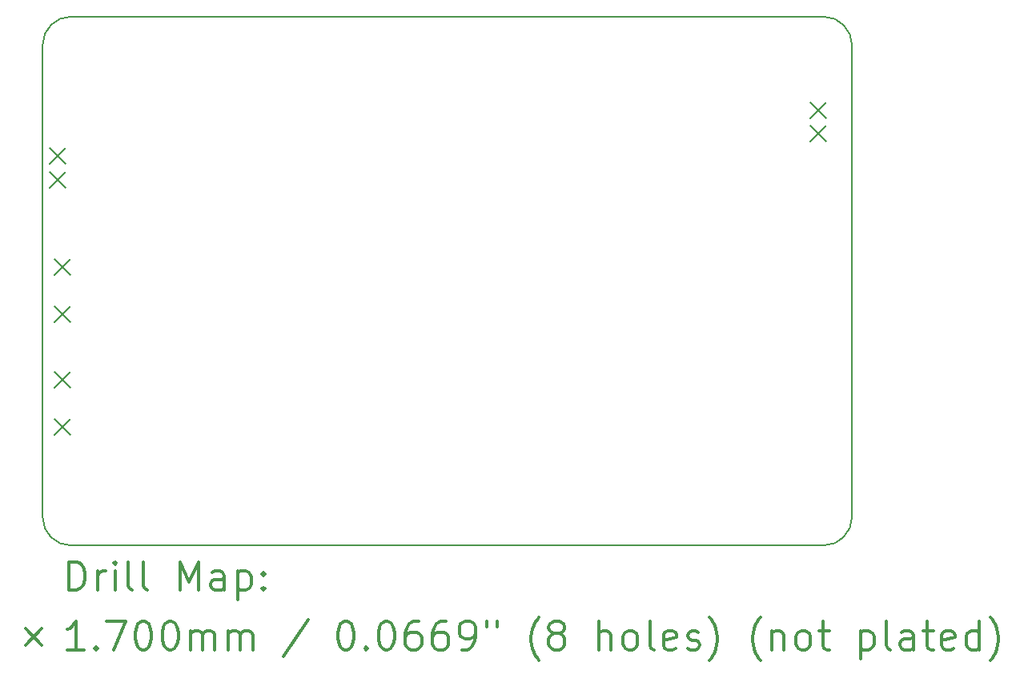
<source format=gbr>
%FSLAX45Y45*%
G04 Gerber Fmt 4.5, Leading zero omitted, Abs format (unit mm)*
G04 Created by KiCad (PCBNEW (5.1.10)-1) date 2022-02-21 21:55:54*
%MOMM*%
%LPD*%
G01*
G04 APERTURE LIST*
%TA.AperFunction,Profile*%
%ADD10C,0.150000*%
%TD*%
%ADD11C,0.200000*%
%ADD12C,0.300000*%
G04 APERTURE END LIST*
D10*
X15300000Y-15100000D02*
G75*
G02*
X15000000Y-14800000I0J300000D01*
G01*
X23558800Y-14800000D02*
G75*
G02*
X23258800Y-15100000I-300000J0D01*
G01*
X23258800Y-9500000D02*
G75*
G02*
X23558800Y-9800000I0J-300000D01*
G01*
X15000000Y-9800000D02*
G75*
G02*
X15300000Y-9500000I300000J0D01*
G01*
X15300000Y-9500000D02*
X23258800Y-9500000D01*
X15300000Y-15100000D02*
X23258800Y-15100000D01*
X23558800Y-9800000D02*
X23558800Y-14800000D01*
X15000000Y-9800000D02*
X15000000Y-14800000D01*
D11*
X15072000Y-10891800D02*
X15242000Y-11061800D01*
X15242000Y-10891800D02*
X15072000Y-11061800D01*
X15072000Y-11141800D02*
X15242000Y-11311800D01*
X15242000Y-11141800D02*
X15072000Y-11311800D01*
X15122800Y-12064200D02*
X15292800Y-12234200D01*
X15292800Y-12064200D02*
X15122800Y-12234200D01*
X15122800Y-12564200D02*
X15292800Y-12734200D01*
X15292800Y-12564200D02*
X15122800Y-12734200D01*
X15122800Y-13258000D02*
X15292800Y-13428000D01*
X15292800Y-13258000D02*
X15122800Y-13428000D01*
X15122800Y-13758000D02*
X15292800Y-13928000D01*
X15292800Y-13758000D02*
X15122800Y-13928000D01*
X23114540Y-10405200D02*
X23284540Y-10575200D01*
X23284540Y-10405200D02*
X23114540Y-10575200D01*
X23114540Y-10655200D02*
X23284540Y-10825200D01*
X23284540Y-10655200D02*
X23114540Y-10825200D01*
D12*
X15278928Y-15573214D02*
X15278928Y-15273214D01*
X15350357Y-15273214D01*
X15393214Y-15287500D01*
X15421786Y-15316071D01*
X15436071Y-15344643D01*
X15450357Y-15401786D01*
X15450357Y-15444643D01*
X15436071Y-15501786D01*
X15421786Y-15530357D01*
X15393214Y-15558929D01*
X15350357Y-15573214D01*
X15278928Y-15573214D01*
X15578928Y-15573214D02*
X15578928Y-15373214D01*
X15578928Y-15430357D02*
X15593214Y-15401786D01*
X15607500Y-15387500D01*
X15636071Y-15373214D01*
X15664643Y-15373214D01*
X15764643Y-15573214D02*
X15764643Y-15373214D01*
X15764643Y-15273214D02*
X15750357Y-15287500D01*
X15764643Y-15301786D01*
X15778928Y-15287500D01*
X15764643Y-15273214D01*
X15764643Y-15301786D01*
X15950357Y-15573214D02*
X15921786Y-15558929D01*
X15907500Y-15530357D01*
X15907500Y-15273214D01*
X16107500Y-15573214D02*
X16078928Y-15558929D01*
X16064643Y-15530357D01*
X16064643Y-15273214D01*
X16450357Y-15573214D02*
X16450357Y-15273214D01*
X16550357Y-15487500D01*
X16650357Y-15273214D01*
X16650357Y-15573214D01*
X16921786Y-15573214D02*
X16921786Y-15416071D01*
X16907500Y-15387500D01*
X16878928Y-15373214D01*
X16821786Y-15373214D01*
X16793214Y-15387500D01*
X16921786Y-15558929D02*
X16893214Y-15573214D01*
X16821786Y-15573214D01*
X16793214Y-15558929D01*
X16778928Y-15530357D01*
X16778928Y-15501786D01*
X16793214Y-15473214D01*
X16821786Y-15458929D01*
X16893214Y-15458929D01*
X16921786Y-15444643D01*
X17064643Y-15373214D02*
X17064643Y-15673214D01*
X17064643Y-15387500D02*
X17093214Y-15373214D01*
X17150357Y-15373214D01*
X17178928Y-15387500D01*
X17193214Y-15401786D01*
X17207500Y-15430357D01*
X17207500Y-15516071D01*
X17193214Y-15544643D01*
X17178928Y-15558929D01*
X17150357Y-15573214D01*
X17093214Y-15573214D01*
X17064643Y-15558929D01*
X17336071Y-15544643D02*
X17350357Y-15558929D01*
X17336071Y-15573214D01*
X17321786Y-15558929D01*
X17336071Y-15544643D01*
X17336071Y-15573214D01*
X17336071Y-15387500D02*
X17350357Y-15401786D01*
X17336071Y-15416071D01*
X17321786Y-15401786D01*
X17336071Y-15387500D01*
X17336071Y-15416071D01*
X14822500Y-15982500D02*
X14992500Y-16152500D01*
X14992500Y-15982500D02*
X14822500Y-16152500D01*
X15436071Y-16203214D02*
X15264643Y-16203214D01*
X15350357Y-16203214D02*
X15350357Y-15903214D01*
X15321786Y-15946071D01*
X15293214Y-15974643D01*
X15264643Y-15988929D01*
X15564643Y-16174643D02*
X15578928Y-16188929D01*
X15564643Y-16203214D01*
X15550357Y-16188929D01*
X15564643Y-16174643D01*
X15564643Y-16203214D01*
X15678928Y-15903214D02*
X15878928Y-15903214D01*
X15750357Y-16203214D01*
X16050357Y-15903214D02*
X16078928Y-15903214D01*
X16107500Y-15917500D01*
X16121786Y-15931786D01*
X16136071Y-15960357D01*
X16150357Y-16017500D01*
X16150357Y-16088929D01*
X16136071Y-16146071D01*
X16121786Y-16174643D01*
X16107500Y-16188929D01*
X16078928Y-16203214D01*
X16050357Y-16203214D01*
X16021786Y-16188929D01*
X16007500Y-16174643D01*
X15993214Y-16146071D01*
X15978928Y-16088929D01*
X15978928Y-16017500D01*
X15993214Y-15960357D01*
X16007500Y-15931786D01*
X16021786Y-15917500D01*
X16050357Y-15903214D01*
X16336071Y-15903214D02*
X16364643Y-15903214D01*
X16393214Y-15917500D01*
X16407500Y-15931786D01*
X16421786Y-15960357D01*
X16436071Y-16017500D01*
X16436071Y-16088929D01*
X16421786Y-16146071D01*
X16407500Y-16174643D01*
X16393214Y-16188929D01*
X16364643Y-16203214D01*
X16336071Y-16203214D01*
X16307500Y-16188929D01*
X16293214Y-16174643D01*
X16278928Y-16146071D01*
X16264643Y-16088929D01*
X16264643Y-16017500D01*
X16278928Y-15960357D01*
X16293214Y-15931786D01*
X16307500Y-15917500D01*
X16336071Y-15903214D01*
X16564643Y-16203214D02*
X16564643Y-16003214D01*
X16564643Y-16031786D02*
X16578928Y-16017500D01*
X16607500Y-16003214D01*
X16650357Y-16003214D01*
X16678928Y-16017500D01*
X16693214Y-16046071D01*
X16693214Y-16203214D01*
X16693214Y-16046071D02*
X16707500Y-16017500D01*
X16736071Y-16003214D01*
X16778928Y-16003214D01*
X16807500Y-16017500D01*
X16821786Y-16046071D01*
X16821786Y-16203214D01*
X16964643Y-16203214D02*
X16964643Y-16003214D01*
X16964643Y-16031786D02*
X16978928Y-16017500D01*
X17007500Y-16003214D01*
X17050357Y-16003214D01*
X17078928Y-16017500D01*
X17093214Y-16046071D01*
X17093214Y-16203214D01*
X17093214Y-16046071D02*
X17107500Y-16017500D01*
X17136071Y-16003214D01*
X17178928Y-16003214D01*
X17207500Y-16017500D01*
X17221786Y-16046071D01*
X17221786Y-16203214D01*
X17807500Y-15888929D02*
X17550357Y-16274643D01*
X18193214Y-15903214D02*
X18221786Y-15903214D01*
X18250357Y-15917500D01*
X18264643Y-15931786D01*
X18278928Y-15960357D01*
X18293214Y-16017500D01*
X18293214Y-16088929D01*
X18278928Y-16146071D01*
X18264643Y-16174643D01*
X18250357Y-16188929D01*
X18221786Y-16203214D01*
X18193214Y-16203214D01*
X18164643Y-16188929D01*
X18150357Y-16174643D01*
X18136071Y-16146071D01*
X18121786Y-16088929D01*
X18121786Y-16017500D01*
X18136071Y-15960357D01*
X18150357Y-15931786D01*
X18164643Y-15917500D01*
X18193214Y-15903214D01*
X18421786Y-16174643D02*
X18436071Y-16188929D01*
X18421786Y-16203214D01*
X18407500Y-16188929D01*
X18421786Y-16174643D01*
X18421786Y-16203214D01*
X18621786Y-15903214D02*
X18650357Y-15903214D01*
X18678928Y-15917500D01*
X18693214Y-15931786D01*
X18707500Y-15960357D01*
X18721786Y-16017500D01*
X18721786Y-16088929D01*
X18707500Y-16146071D01*
X18693214Y-16174643D01*
X18678928Y-16188929D01*
X18650357Y-16203214D01*
X18621786Y-16203214D01*
X18593214Y-16188929D01*
X18578928Y-16174643D01*
X18564643Y-16146071D01*
X18550357Y-16088929D01*
X18550357Y-16017500D01*
X18564643Y-15960357D01*
X18578928Y-15931786D01*
X18593214Y-15917500D01*
X18621786Y-15903214D01*
X18978928Y-15903214D02*
X18921786Y-15903214D01*
X18893214Y-15917500D01*
X18878928Y-15931786D01*
X18850357Y-15974643D01*
X18836071Y-16031786D01*
X18836071Y-16146071D01*
X18850357Y-16174643D01*
X18864643Y-16188929D01*
X18893214Y-16203214D01*
X18950357Y-16203214D01*
X18978928Y-16188929D01*
X18993214Y-16174643D01*
X19007500Y-16146071D01*
X19007500Y-16074643D01*
X18993214Y-16046071D01*
X18978928Y-16031786D01*
X18950357Y-16017500D01*
X18893214Y-16017500D01*
X18864643Y-16031786D01*
X18850357Y-16046071D01*
X18836071Y-16074643D01*
X19264643Y-15903214D02*
X19207500Y-15903214D01*
X19178928Y-15917500D01*
X19164643Y-15931786D01*
X19136071Y-15974643D01*
X19121786Y-16031786D01*
X19121786Y-16146071D01*
X19136071Y-16174643D01*
X19150357Y-16188929D01*
X19178928Y-16203214D01*
X19236071Y-16203214D01*
X19264643Y-16188929D01*
X19278928Y-16174643D01*
X19293214Y-16146071D01*
X19293214Y-16074643D01*
X19278928Y-16046071D01*
X19264643Y-16031786D01*
X19236071Y-16017500D01*
X19178928Y-16017500D01*
X19150357Y-16031786D01*
X19136071Y-16046071D01*
X19121786Y-16074643D01*
X19436071Y-16203214D02*
X19493214Y-16203214D01*
X19521786Y-16188929D01*
X19536071Y-16174643D01*
X19564643Y-16131786D01*
X19578928Y-16074643D01*
X19578928Y-15960357D01*
X19564643Y-15931786D01*
X19550357Y-15917500D01*
X19521786Y-15903214D01*
X19464643Y-15903214D01*
X19436071Y-15917500D01*
X19421786Y-15931786D01*
X19407500Y-15960357D01*
X19407500Y-16031786D01*
X19421786Y-16060357D01*
X19436071Y-16074643D01*
X19464643Y-16088929D01*
X19521786Y-16088929D01*
X19550357Y-16074643D01*
X19564643Y-16060357D01*
X19578928Y-16031786D01*
X19693214Y-15903214D02*
X19693214Y-15960357D01*
X19807500Y-15903214D02*
X19807500Y-15960357D01*
X20250357Y-16317500D02*
X20236071Y-16303214D01*
X20207500Y-16260357D01*
X20193214Y-16231786D01*
X20178928Y-16188929D01*
X20164643Y-16117500D01*
X20164643Y-16060357D01*
X20178928Y-15988929D01*
X20193214Y-15946071D01*
X20207500Y-15917500D01*
X20236071Y-15874643D01*
X20250357Y-15860357D01*
X20407500Y-16031786D02*
X20378928Y-16017500D01*
X20364643Y-16003214D01*
X20350357Y-15974643D01*
X20350357Y-15960357D01*
X20364643Y-15931786D01*
X20378928Y-15917500D01*
X20407500Y-15903214D01*
X20464643Y-15903214D01*
X20493214Y-15917500D01*
X20507500Y-15931786D01*
X20521786Y-15960357D01*
X20521786Y-15974643D01*
X20507500Y-16003214D01*
X20493214Y-16017500D01*
X20464643Y-16031786D01*
X20407500Y-16031786D01*
X20378928Y-16046071D01*
X20364643Y-16060357D01*
X20350357Y-16088929D01*
X20350357Y-16146071D01*
X20364643Y-16174643D01*
X20378928Y-16188929D01*
X20407500Y-16203214D01*
X20464643Y-16203214D01*
X20493214Y-16188929D01*
X20507500Y-16174643D01*
X20521786Y-16146071D01*
X20521786Y-16088929D01*
X20507500Y-16060357D01*
X20493214Y-16046071D01*
X20464643Y-16031786D01*
X20878928Y-16203214D02*
X20878928Y-15903214D01*
X21007500Y-16203214D02*
X21007500Y-16046071D01*
X20993214Y-16017500D01*
X20964643Y-16003214D01*
X20921786Y-16003214D01*
X20893214Y-16017500D01*
X20878928Y-16031786D01*
X21193214Y-16203214D02*
X21164643Y-16188929D01*
X21150357Y-16174643D01*
X21136071Y-16146071D01*
X21136071Y-16060357D01*
X21150357Y-16031786D01*
X21164643Y-16017500D01*
X21193214Y-16003214D01*
X21236071Y-16003214D01*
X21264643Y-16017500D01*
X21278928Y-16031786D01*
X21293214Y-16060357D01*
X21293214Y-16146071D01*
X21278928Y-16174643D01*
X21264643Y-16188929D01*
X21236071Y-16203214D01*
X21193214Y-16203214D01*
X21464643Y-16203214D02*
X21436071Y-16188929D01*
X21421786Y-16160357D01*
X21421786Y-15903214D01*
X21693214Y-16188929D02*
X21664643Y-16203214D01*
X21607500Y-16203214D01*
X21578928Y-16188929D01*
X21564643Y-16160357D01*
X21564643Y-16046071D01*
X21578928Y-16017500D01*
X21607500Y-16003214D01*
X21664643Y-16003214D01*
X21693214Y-16017500D01*
X21707500Y-16046071D01*
X21707500Y-16074643D01*
X21564643Y-16103214D01*
X21821786Y-16188929D02*
X21850357Y-16203214D01*
X21907500Y-16203214D01*
X21936071Y-16188929D01*
X21950357Y-16160357D01*
X21950357Y-16146071D01*
X21936071Y-16117500D01*
X21907500Y-16103214D01*
X21864643Y-16103214D01*
X21836071Y-16088929D01*
X21821786Y-16060357D01*
X21821786Y-16046071D01*
X21836071Y-16017500D01*
X21864643Y-16003214D01*
X21907500Y-16003214D01*
X21936071Y-16017500D01*
X22050357Y-16317500D02*
X22064643Y-16303214D01*
X22093214Y-16260357D01*
X22107500Y-16231786D01*
X22121786Y-16188929D01*
X22136071Y-16117500D01*
X22136071Y-16060357D01*
X22121786Y-15988929D01*
X22107500Y-15946071D01*
X22093214Y-15917500D01*
X22064643Y-15874643D01*
X22050357Y-15860357D01*
X22593214Y-16317500D02*
X22578928Y-16303214D01*
X22550357Y-16260357D01*
X22536071Y-16231786D01*
X22521786Y-16188929D01*
X22507500Y-16117500D01*
X22507500Y-16060357D01*
X22521786Y-15988929D01*
X22536071Y-15946071D01*
X22550357Y-15917500D01*
X22578928Y-15874643D01*
X22593214Y-15860357D01*
X22707500Y-16003214D02*
X22707500Y-16203214D01*
X22707500Y-16031786D02*
X22721786Y-16017500D01*
X22750357Y-16003214D01*
X22793214Y-16003214D01*
X22821786Y-16017500D01*
X22836071Y-16046071D01*
X22836071Y-16203214D01*
X23021786Y-16203214D02*
X22993214Y-16188929D01*
X22978928Y-16174643D01*
X22964643Y-16146071D01*
X22964643Y-16060357D01*
X22978928Y-16031786D01*
X22993214Y-16017500D01*
X23021786Y-16003214D01*
X23064643Y-16003214D01*
X23093214Y-16017500D01*
X23107500Y-16031786D01*
X23121786Y-16060357D01*
X23121786Y-16146071D01*
X23107500Y-16174643D01*
X23093214Y-16188929D01*
X23064643Y-16203214D01*
X23021786Y-16203214D01*
X23207500Y-16003214D02*
X23321786Y-16003214D01*
X23250357Y-15903214D02*
X23250357Y-16160357D01*
X23264643Y-16188929D01*
X23293214Y-16203214D01*
X23321786Y-16203214D01*
X23650357Y-16003214D02*
X23650357Y-16303214D01*
X23650357Y-16017500D02*
X23678928Y-16003214D01*
X23736071Y-16003214D01*
X23764643Y-16017500D01*
X23778928Y-16031786D01*
X23793214Y-16060357D01*
X23793214Y-16146071D01*
X23778928Y-16174643D01*
X23764643Y-16188929D01*
X23736071Y-16203214D01*
X23678928Y-16203214D01*
X23650357Y-16188929D01*
X23964643Y-16203214D02*
X23936071Y-16188929D01*
X23921786Y-16160357D01*
X23921786Y-15903214D01*
X24207500Y-16203214D02*
X24207500Y-16046071D01*
X24193214Y-16017500D01*
X24164643Y-16003214D01*
X24107500Y-16003214D01*
X24078928Y-16017500D01*
X24207500Y-16188929D02*
X24178928Y-16203214D01*
X24107500Y-16203214D01*
X24078928Y-16188929D01*
X24064643Y-16160357D01*
X24064643Y-16131786D01*
X24078928Y-16103214D01*
X24107500Y-16088929D01*
X24178928Y-16088929D01*
X24207500Y-16074643D01*
X24307500Y-16003214D02*
X24421786Y-16003214D01*
X24350357Y-15903214D02*
X24350357Y-16160357D01*
X24364643Y-16188929D01*
X24393214Y-16203214D01*
X24421786Y-16203214D01*
X24636071Y-16188929D02*
X24607500Y-16203214D01*
X24550357Y-16203214D01*
X24521786Y-16188929D01*
X24507500Y-16160357D01*
X24507500Y-16046071D01*
X24521786Y-16017500D01*
X24550357Y-16003214D01*
X24607500Y-16003214D01*
X24636071Y-16017500D01*
X24650357Y-16046071D01*
X24650357Y-16074643D01*
X24507500Y-16103214D01*
X24907500Y-16203214D02*
X24907500Y-15903214D01*
X24907500Y-16188929D02*
X24878928Y-16203214D01*
X24821786Y-16203214D01*
X24793214Y-16188929D01*
X24778928Y-16174643D01*
X24764643Y-16146071D01*
X24764643Y-16060357D01*
X24778928Y-16031786D01*
X24793214Y-16017500D01*
X24821786Y-16003214D01*
X24878928Y-16003214D01*
X24907500Y-16017500D01*
X25021786Y-16317500D02*
X25036071Y-16303214D01*
X25064643Y-16260357D01*
X25078928Y-16231786D01*
X25093214Y-16188929D01*
X25107500Y-16117500D01*
X25107500Y-16060357D01*
X25093214Y-15988929D01*
X25078928Y-15946071D01*
X25064643Y-15917500D01*
X25036071Y-15874643D01*
X25021786Y-15860357D01*
M02*

</source>
